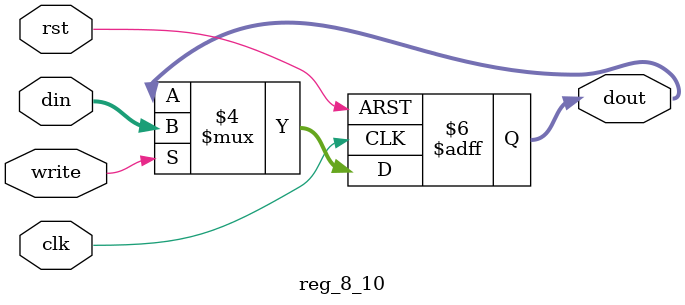
<source format=v>
module reg_8_10(clk,rst,write,din,dout);

output [7:0] dout;
input  clk,rst,write;
input  [7:0] din;

reg [7:0] dout;

always @ (posedge clk or negedge rst)
	begin
		if(!rst)
			dout  <= 8'h98;
		else 
		  if(write)
					 dout<=din;
		  else 
					 dout<=dout;
	end

endmodule
</source>
